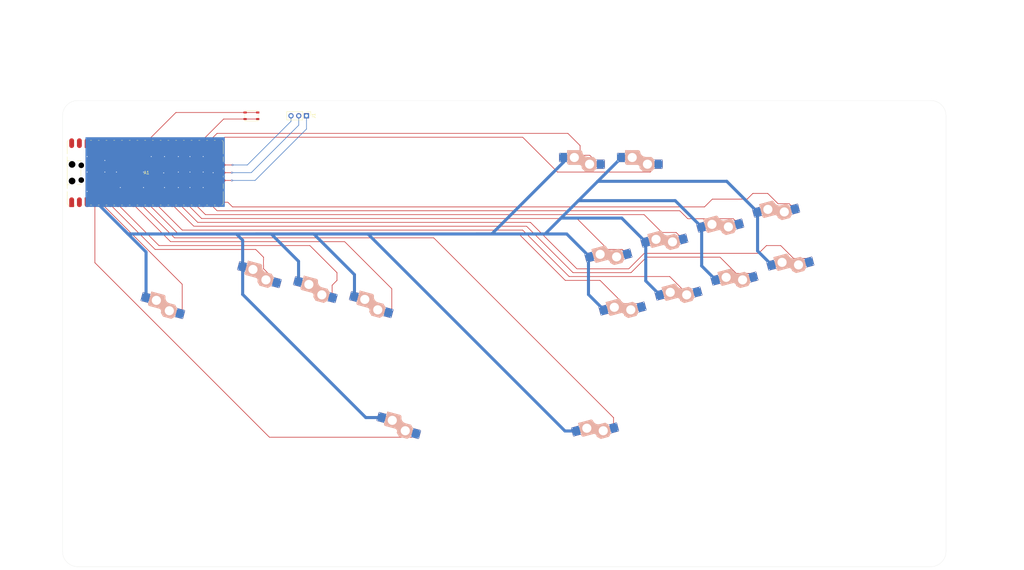
<source format=kicad_pcb>
(kicad_pcb (version 20241229) (generator "pcbnew") (generator_version "9.0")
  (layers (0 "F.Cu" signal) (2 "B.Cu" signal) (13 "F.Paste" user) (15 "B.Paste" user) (5 "F.SilkS" user "F.Silkscreen") (7 "B.SilkS" user "B.Silkscreen") (1 "F.Mask" user) (3 "B.Mask" user) (25 "Edge.Cuts" user))
  (net 0 "")
  (net 3 "Net-(A1-GPIO10)")
  (net 4 "+3.3V")
  (net 5 "Net-(A1-GPIO2)")
  (net 6 "Net-(A1-GPIO16)")
  (net 8 "Net-(A1-SWCLK)")
  (net 9 "Net-(A1-SWDIO)")
  (net 10 "Net-(A1-GPIO12)")
  (net 12 "GND")
  (net 14 "Net-(A1-GPIO6)")
  (net 16 "Net-(A1-GPIO8)")
  (net 17 "Net-(A1-GPIO14)")
  (net 19 "Net-(A1-GPIO7)")
  (net 22 "Net-(A1-GPIO13)")
  (net 23 "Net-(A1-GPIO15)")
  (net 25 "Net-(A1-GPIO9)")
  (net 26 "Net-(A1-RUN)")
  (net 27 "Net-(A1-GPIO11)")
  (net 28 "Net-(A1-GPIO3)")
  (net 32 "Net-(A1-GPIO5)")
  (net 35 "Net-(A1-GPIO4)")
  (net 36 "Net-(A1-GPIO17)")
  (footprint "BrownSugar_KBD:Kailh_Choc_V1_Hotswap_via" (layer "F.Cu") (at 63.294819 60.164876 -15)
    (property "Reference" "SW2")
    (property "Value" "SW_PUSH")
  )
  (footprint "BrownSugar_KBD:Kailh_Choc_V1_Hotswap_via" (layer "F.Cu") (at 216.705181 60.164876 15)
    (property "Reference" "SW12")
    (property "Value" "SW_PUSH")
  )
  (footprint "Module:RaspberryPi_Pico_SMD_HandSolder" (layer "F.Cu") (at 22.13 30.69 90)
    (property "Reference" "A1")
    (property "Value" "RaspberryPi_Pico")
  )
  (footprint "BrownSugar_KBD:Kailh_Choc_V1_Hotswap_via" (layer "F.Cu") (at 100 70 -15)
    (property "Reference" "SW4")
    (property "Value" "SW_PUSH")
  )
  (footprint "Button_Switch_SMD:SW_SPST_PTS810" (layer "F.Cu") (at 57 12 180)
    (property "Reference" "SW17" (hide yes))
    (property "Value" "SW_PUSH")
  )
  (footprint "MountingHole:MountingHole_3.2mm_M3" (layer "F.Cu") (at 0 155)
    (property "Reference" "REF**" (hide yes))
    (property "Value" "MountingHole_3.2mm_M3")
  )
  (footprint "BrownSugar_KBD:Kailh_Choc_V1_Hotswap_via" (layer "F.Cu") (at 81.64741 65.082438 -15)
    (property "Reference" "SW3")
    (property "Value" "SW_PUSH")
  )
  (footprint "BrownSugar_KBD:Kailh_Choc_V1_Hotswap_via" (layer "F.Cu") (at 31.590153 70.304608 -15)
    (property "Reference" "SW1")
    (property "Value" "SW_PUSH")
  )
  (footprint "BrownSugar_KBD:Kailh_Choc_V1_Hotswap_via" (layer "F.Cu") (at 180 70 15)
    (property "Reference" "SW10")
    (property "Value" "SW_PUSH")
  )
  (footprint "BrownSugar_KBD:Kailh_Choc_V1_Hotswap_via" (layer "F.Cu") (at 230.399029 37.860649 15)
    (property "Reference" "SW9")
    (property "Value" "SW_PUSH")
  )
  (footprint "BrownSugar_KBD:Kailh_Choc_V1_Hotswap_via" (layer "F.Cu") (at 175.341257 52.613335 15)
    (property "Reference" "SW6")
    (property "Value" "SW_PUSH")
  )
  (footprint "BrownSugar_KBD:Kailh_Choc_V1_Hotswap_via" (layer "F.Cu") (at 198.35259 65.082438 15)
    (property "Reference" "SW11")
    (property "Value" "SW_PUSH")
  )
  (footprint "MountingHole:MountingHole_3.2mm_M3" (layer "F.Cu") (at 140 12)
    (property "Reference" "REF**" (hide yes))
    (property "Value" "MountingHole_3.2mm_M3")
  )
  (footprint "BrownSugar_KBD:Kailh_Choc_V1_Hotswap_via" (layer "F.Cu") (at 187 22)
    (property "Reference" "SW16")
    (property "Value" "SW_PUSH")
  )
  (footprint "BrownSugar_KBD:Kailh_Choc_V1_Hotswap_via" (layer "F.Cu") (at 235.057772 55.247314 15)
    (property "Reference" "SW13")
    (property "Value" "SW_PUSH")
  )
  (footprint "BrownSugar_KBD:Kailh_Choc_V1_Hotswap_via" (layer "F.Cu") (at 170.964895 109.690891 15)
    (property "Reference" "SW14")
    (property "Value" "SW_PUSH")
  )
  (footprint "MountingHole:MountingHole_3.2mm_M3" (layer "F.Cu") (at 280 12)
    (property "Reference" "REF**" (hide yes))
    (property "Value" "MountingHole_3.2mm_M3")
  )
  (footprint "BrownSugar_KBD:Kailh_Choc_V1_Hotswap_via" (layer "F.Cu") (at 212.046438 42.778211 15)
    (property "Reference" "SW8")
    (property "Value" "SW_PUSH")
  )
  (footprint "BrownSugar_KBD:Kailh_Choc_V1_Hotswap_via" (layer "F.Cu") (at 109.035105 109.690891 -15)
    (property "Reference" "SW5")
    (property "Value" "SW_PUSH")
  )
  (footprint "MountingHole:MountingHole_3.2mm_M3" (layer "F.Cu") (at 0 12)
    (property "Reference" "REF**" (hide yes))
    (property "Value" "MountingHole_3.2mm_M3")
  )
  (footprint "BrownSugar_KBD:Kailh_Choc_V1_Hotswap_via" (layer "F.Cu") (at 193.693848 47.695773 15)
    (property "Reference" "SW7")
    (property "Value" "SW_PUSH")
  )
  (footprint "Connector_PinHeader_2.54mm:PinHeader_1x03_P2.54mm_Vertical" (layer "F.Cu") (at 75.08 12 -90)
    (property "Reference" "J1")
    (property "Value" "Conn_01x03")
  )
  (footprint "BrownSugar_KBD:Kailh_Choc_V1_Hotswap_via" (layer "F.Cu") (at 168 22)
    (property "Reference" "SW15")
    (property "Value" "SW_PUSH")
  )
  (footprint "MountingHole:MountingHole_3.2mm_M3" (layer "F.Cu") (at 280 155)
    (property "Reference" "REF**" (hide yes))
    (property "Value" "MountingHole_3.2mm_M3")
  )
  (footprint "MountingHole:MountingHole_3.2mm_M3" (layer "F.Cu") (at 140 155)
    (property "Reference" "REF**" (hide yes))
    (property "Value" "MountingHole_3.2mm_M3")
  )
  (gr_arc (start 0 160) (mid -3.535534 158.535534) (end -5 155) (stroke (width 0.05)) (layer "Edge.Cuts"))
  (gr_line (start 280 160) (end 0 160) (stroke (width 0.05)) (layer "Edge.Cuts"))
  (gr_arc (start 280 7) (mid 283.535534 8.464466) (end 285 12) (stroke (width 0.05)) (layer "Edge.Cuts"))
  (gr_line (start 280 7) (end 0 7) (stroke (width 0.05)) (layer "Edge.Cuts"))
  (gr_arc (start -5 12) (mid -3.535534 8.464466) (end 0 7) (stroke (width 0.05)) (layer "Edge.Cuts"))
  (gr_arc (start 285 155) (mid 283.535534 158.535534) (end 280 160) (stroke (width 0.05)) (layer "Edge.Cuts"))
  (gr_line (start -5 12) (end -5 155) (stroke (width 0.05)) (layer "Edge.Cuts"))
  (gr_line (start 285 12) (end 285 155) (stroke (width 0.05)) (layer "Edge.Cuts"))
  (segment (start 186.69 58.42) (end 181.61 63.5) (width 0.2) (layer "F.Cu") (net 3))
  (segment (start 216.133227 63.733227) (end 210.82 58.42) (width 0.2) (layer "F.Cu") (net 3))
  (segment (start 221.612954 64.957972) (end 220.388209 63.733227) (width 0.2) (layer "F.Cu") (net 3))
  (segment (start 162.56 63.5) (end 147.32 48.26) (width 0.2) (layer "F.Cu") (net 3))
  (segment (start 38.1 48.26) (end 31.02 41.18) (width 0.2) (layer "F.Cu") (net 3))
  (segment (start 210.82 58.42) (end 186.69 58.42) (width 0.2) (layer "F.Cu") (net 3))
  (segment (start 220.388209 63.733227) (end 216.133227 63.733227) (width 0.2) (layer "F.Cu") (net 3))
  (segment (start 31.02 41.18) (end 31.02 40.38) (width 0.2) (layer "F.Cu") (net 3))
  (segment (start 147.32 48.26) (end 38.1 48.26) (width 0.2) (layer "F.Cu") (net 3))
  (segment (start 181.61 63.5) (end 162.56 63.5) (width 0.2) (layer "F.Cu") (net 3))
  (segment (start 5.62 60.23) (end 62.910465 117.520465) (width 0.2) (layer "F.Cu") (net 5))
  (segment (start 5.62 40.38) (end 5.62 60.23) (width 0.2) (layer "F.Cu") (net 5))
  (segment (start 62.910465 117.520465) (end 109.664068 117.520465) (width 0.2) (layer "F.Cu") (net 5))
  (segment (start 109.664068 117.520465) (end 110.888813 116.29572) (width 0.2) (layer "F.Cu") (net 5))
  (segment (start 48.21 19.05) (end 146.05 19.05) (width 0.2) (layer "F.Cu") (net 6))
  (segment (start 187.92 30.48) (end 190.5 27.9) (width 0.2) (layer "F.Cu") (net 6))
  (segment (start 146.05 19.05) (end 157.48 30.48) (width 0.2) (layer "F.Cu") (net 6))
  (segment (start 157.48 30.48) (end 187.92 30.48) (width 0.2) (layer "F.Cu") (net 6))
  (segment (start 46.26 21) (end 48.21 19.05) (width 0.2) (layer "F.Cu") (net 6))
  (segment (start 50.59 33.23) (end 46.03 33.23) (width 0.2) (layer "F.Cu") (net 8))
  (via (at 50.59 33.23) (size 0.6) (drill 0.3) (layers "F.Cu" "B.Cu") (net 8))
  (segment (start 58.21 33.23) (end 75.08 16.36) (width 0.2) (layer "B.Cu") (net 8))
  (segment (start 75.08 16.36) (end 75.08 12) (width 0.2) (layer "B.Cu") (net 8))
  (segment (start 50.59 33.23) (end 58.21 33.23) (width 0.2) (layer "B.Cu") (net 8))
  (segment (start 50.8 28.15) (end 46.03 28.15) (width 0.2) (layer "F.Cu") (net 9))
  (via (at 50.8 28.15) (size 0.6) (drill 0.3) (layers "F.Cu" "B.Cu") (net 9))
  (segment (start 70 13.82) (end 70 12) (width 0.2) (layer "B.Cu") (net 9))
  (segment (start 55.67 28.15) (end 70 13.82) (width 0.2) (layer "B.Cu") (net 9))
  (segment (start 50.8 28.15) (end 55.67 28.15) (width 0.2) (layer "B.Cu") (net 9))
  (segment (start 36.1 41.18) (end 40.64 45.72) (width 0.2) (layer "F.Cu") (net 10))
  (segment (start 163.83 45.72) (end 173.99 55.88) (width 0.2) (layer "F.Cu") (net 10))
  (segment (start 40.64 45.72) (end 163.83 45.72) (width 0.2) (layer "F.Cu") (net 10))
  (segment (start 173.99 55.88) (end 178.722599 55.88) (width 0.2) (layer "F.Cu") (net 10))
  (segment (start 36.1 40.38) (end 36.1 41.18) (width 0.2) (layer "F.Cu") (net 10))
  (segment (start 178.722599 55.88) (end 180.24903 57.406431) (width 0.2) (layer "F.Cu") (net 10))
  (segment (start 28.48 25.4) (end 28.48 30.48) (width 1) (layer "F.Cu") (net 12))
  (segment (start 3.08 30.48) (end 3.08 27.94) (width 1) (layer "F.Cu") (net 12))
  (segment (start 28.48 30.48) (end 28.48 35.56) (width 1) (layer "F.Cu") (net 12))
  (segment (start 7.62 25.4) (end 8.89 26.67) (width 1) (layer "F.Cu") (net 12))
  (segment (start 3.08 25.4) (end 3.08 21) (width 1) (layer "F.Cu") (net 12))
  (segment (start 28.48 36.83) (end 41.18 24.13) (width 1) (layer "F.Cu") (net 12))
  (segment (start 41.18 30.48) (end 41.18 25.4) (width 1) (layer "F.Cu") (net 12))
  (segment (start 28.21 30.75) (end 28.48 30.48) (width 1) (layer "F.Cu") (net 12))
  (segment (start 59.075 13.075) (end 54.925 13.075) (width 0.2) (layer "F.Cu") (net 12))
  (segment (start 3.08 25.4) (end 6.35 25.4) (width 1) (layer "F.Cu") (net 12))
  (segment (start 47.885 13.075) (end 41.18 19.78) (width 0.2) (layer "F.Cu") (net 12))
  (segment (start 41.18 25.4) (end 41.18 24.13) (width 1) (layer "F.Cu") (net 12))
  (segment (start 43.24 30.69) (end 44.45 30.69) (width 1) (layer "F.Cu") (net 12))
  (segment (start 15.78 40.38) (end 15.78 38.775) (width 1) (layer "F.Cu") (net 12))
  (segment (start 12.986302 30.766302) (end 13.272604 30.766302) (width 1) (layer "F.Cu") (net 12))
  (segment (start 28.48 40.38) (end 28.48 36.83) (width 1) (layer "F.Cu") (net 12))
  (segment (start 3.08 36.83) (end 3.08 30.48) (width 1) (layer "F.Cu") (net 12))
  (segment (start 8.89 26.67) (end 12.7 30.48) (width 1) (layer "F.Cu") (net 12))
  (segment (start 13.272604 30.766302) (end 15.24 32.733698) (width 1) (layer "F.Cu") (net 12))
  (segment (start 41.18 35.56) (end 41.18 32.75) (width 1) (layer "F.Cu") (net 12))
  (segment (start 50.59 30.69) (end 46.03 30.69) (width 0.2) (layer "F.Cu") (net 12))
  (segment (start 54.925 13.075) (end 47.885 13.075) (width 0.2) (layer "F.Cu") (net 12))
  (segment (start 15.24 32.733698) (end 21.59 32.733698) (width 1) (layer "F.Cu") (net 12))
  (segment (start 3.08 40.38) (end 3.08 36.83) (width 1) (layer "F.Cu") (net 12))
  (segment (start 41.18 35.56) (end 41.18 30.48) (width 1) (layer "F.Cu") (net 12))
  (segment (start 41.18 32.75) (end 43.24 30.69) (width 1) (layer "F.Cu") (net 12))
  (segment (start 26.305 32.655) (end 28.21 30.75) (width 1) (layer "F.Cu") (net 12))
  (segment (start 25.4 32.733698) (end 26.226302 32.733698) (width 1) (layer "F.Cu") (net 12))
  (segment (start 44.45 30.69) (end 46.03 30.69) (width 1) (layer "F.Cu") (net 12))
  (segment (start 28.48 21) (end 28.48 25.4) (width 1) (layer "F.Cu") (net 12))
  (segment (start 3.08 27.94) (end 3.08 25.4) (width 1) (layer "F.Cu") (net 12))
  (segment (start 28.48 35.56) (end 28.48 40.38) (width 1) (layer "F.Cu") (net 12))
  (segment (start 12.7 30.48) (end 12.986302 30.766302) (width 1) (layer "F.Cu") (net 12))
  (segment (start 41.18 40.38) (end 41.18 35.56) (width 1) (layer "F.Cu") (net 12))
  (segment (start 21.59 32.733698) (end 25.4 32.733698) (width 1) (layer "F.Cu") (net 12))
  (segment (start 15.24 32.733698) (end 15.78 33.273698) (width 1) (layer "F.Cu") (net 12))
  (segment (start 6.35 25.4) (end 7.62 25.4) (width 1) (layer "F.Cu") (net 12))
  (segment (start 15.78 33.273698) (end 15.78 40.38) (width 1) (layer "F.Cu") (net 12))
  (segment (start 26.226302 32.733698) (end 26.305 32.655) (width 1) (layer "F.Cu") (net 12))
  (segment (start 41.18 24.13) (end 41.18 21) (width 1) (layer "F.Cu") (net 12))
  (segment (start 41.18 19.78) (end 41.18 21) (width 0.2) (layer "F.Cu") (net 12))
  (via (at 33.02 25.4) (size 0.6) (drill 0.3) (layers "F.Cu" "B.Cu") (net 12))
  (via (at 21.59 35.56) (size 0.6) (drill 0.3) (layers "F.Cu" "B.Cu") (net 12))
  (via (at 3.08 36.83) (size 0.6) (drill 0.3) (layers "F.Cu" "B.Cu") (net 12))
  (via (at 44.45 30.69) (size 0.6) (drill 0.3) (layers "F.Cu" "B.Cu") (net 12))
  (via (at 24.13 25.4) (size 0.6) (drill 0.3) (layers "F.Cu" "B.Cu") (net 12))
  (via (at 33.02 35.56) (size 0.6) (drill 0.3) (layers "F.Cu" "B.Cu") (net 12))
  (via (at 36.83 30.48) (size 0.6) (drill 0.3) (layers "F.Cu" "B.Cu") (net 12))
  (via (at 36.83 25.4) (size 0.6) (drill 0.3) (layers "F.Cu" "B.Cu") (net 12))
  (via (at 33.02 30.48) (size 0.6) (drill 0.3) (layers "F.Cu" "B.Cu") (net 12))
  (via (at 41.18 25.4) (size 0.6) (drill 0.3) (layers "F.Cu" "B.Cu") (net 12))
  (via (at 28.21 30.75) (size 0.6) (drill 0.3) (layers "F.Cu" "B.Cu") (net 12))
  (via (at 12.7 30.48) (size 0.6) (drill 0.3) (layers "F.Cu" "B.Cu") (net 12))
  (via (at 36.83 35.56) (size 0.6) (drill 0.3) (layers "F.Cu" "B.Cu") (net 12))
  (via (at 13.97 35.56) (size 0.6) (drill 0.3) (layers "F.Cu" "B.Cu") (net 12))
  (via (at 8.89 26.67) (size 0.6) (drill 0.3) (layers "F.Cu" "B.Cu") (net 12))
  (via (at 28.48 35.56) (size 0.6) (drill 0.3) (layers "F.Cu" "B.Cu") (net 12))
  (via (at 8.89 30.48) (size 0.6) (drill 0.3) (layers "F.Cu" "B.Cu") (net 12))
  (via (at 41.18 35.56) (size 0.6) (drill 0.3) (layers "F.Cu" "B.Cu") (net 12))
  (via (at 50.59 30.69) (size 0.6) (drill 0.3) (layers "F.Cu" "B.Cu") (net 12))
  (via (at 21.59 30.48) (size 0.6) (drill 0.3) (layers "F.Cu" "B.Cu") (net 12))
  (via (at 3.08 30.48) (size 0.6) (drill 0.3) (layers "F.Cu" "B.Cu") (net 12))
  (via (at 3.08 25.4) (size 0.6) (drill 0.3) (layers "F.Cu" "B.Cu") (net 12))
  (via (at 28.48 25.4) (size 0.6) (drill 0.3) (layers "F.Cu" "B.Cu") (net 12))
  (via (at 41.18 30.48) (size 0.6) (drill 0.3) (layers "F.Cu" "B.Cu") (net 12))
  (segment (start 130.81 50.8) (end 153.4 50.8) (width 1) (layer "B.Cu") (net 12))
  (segment (start 77.47 50.8) (end 90.832 64.162) (width 1) (layer "B.Cu") (net 12))
  (segment (start 50.59 30.69) (end 56.94 30.69) (width 0.2) (layer "B.Cu") (net 12))
  (segment (start 164.33 39.87) (end 170.68 33.52) (width 1) (layer "B.Cu") (net 12))
  (segment (start 3.81 31.21) (end 3.08 30.48) (width 1) (layer "B.Cu") (net 12))
  (segment (start 63.5 50.8) (end 58.42 50.8) (width 1) (layer "B.Cu") (net 12))
  (segment (start 69.85 50.8) (end 95.25 50.8) (width 1) (layer "B.Cu") (net 12))
  (segment (start 94.554855 111.064855) (end 99.867105 111.064855) (width 1) (layer "B.Cu") (net 12))
  (segment (start 223.14629 56.362458) (end 227.805033 61.021201) (width 1) (layer "B.Cu") (net 12))
  (segment (start 167.64 58.83574) (end 167.64 70.666626) (width 1) (layer "B.Cu") (net 12))
  (segment (start 223.14629 43.634536) (end 213.031754 33.52) (width 1) (layer "B.Cu") (net 12))
  (segment (start 72.47941 66.456402) (end 72.47941 59.77941) (width 1) (layer "B.Cu") (net 12))
  (segment (start 168.088518 58.387222) (end 167.64 58.83574) (width 1) (layer "B.Cu") (net 12))
  (segment (start 41.91 50.8) (end 16.51 50.8) (width 1) (layer "B.Cu") (net 12))
  (segment (start 3.81 38.1) (end 3.81 31.21) (width 1) (layer "B.Cu") (net 12))
  (segment (start 54.126819 52.856819) (end 54.126819 61.53884) (width 1) (layer "B.Cu") (net 12))
  (segment (start 58.42 50.8) (end 52.07 50.8) (width 1) (layer "B.Cu") (net 12))
  (segment (start 58.42 50.8) (end 69.85 50.8) (width 1) (layer "B.Cu") (net 12))
  (segment (start 158.615 45.585) (end 164.33 39.87) (width 1) (layer "B.Cu") (net 12))
  (segment (start 204.793699 48.552098) (end 196.111601 39.87) (width 1) (layer "B.Cu") (net 12))
  (segment (start 153.4 50.8) (end 160.501296 50.8) (width 1) (layer "B.Cu") (net 12))
  (segment (start 167.64 70.666626) (end 172.747261 75.773887) (width 1) (layer "B.Cu") (net 12))
  (segment (start 186.441109 53.46966) (end 186.441109 66.197583) (width 1) (layer "B.Cu") (net 12))
  (segment (start 22.422153 56.712153) (end 15.24 49.53) (width 1) (layer "B.Cu") (net 12))
  (segment (start 90.832 64.162) (end 90.832 71.373964) (width 1) (layer "B.Cu") (net 12))
  (segment (start 160.501296 50.8) (end 168.088518 58.387222) (width 1) (layer "B.Cu") (net 12))
  (segment (start 69.85 50.8) (end 77.47 50.8) (width 1) (layer "B.Cu") (net 12))
  (segment (start 22.422153 71.678572) (end 22.422153 56.712153) (width 1) (layer "B.Cu") (net 12))
  (segment (start 170.68 33.52) (end 178.5 25.7) (width 1) (layer "B.Cu") (net 12))
  (segment (start 15.24 49.53) (end 3.81 38.1) (width 1) (layer "B.Cu") (net 12))
  (segment (start 54.126819 61.53884) (end 54.126819 70.636819) (width 1) (layer "B.Cu") (net 12))
  (segment (start 52.07 50.8) (end 54.126819 52.856819) (width 1) (layer "B.Cu") (net 12))
  (segment (start 56.94 30.69) (end 72.54 15.09) (width 0.2) (layer "B.Cu") (net 12))
  (segment (start 159.5 27.19) (end 159.5 25.7) (width 1) (layer "B.Cu") (net 12))
  (segment (start 130.81 50.8) (end 135.89 50.8) (width 1) (layer "B.Cu") (net 12))
  (segment (start 72.47941 59.77941) (end 63.5 50.8) (width 1) (layer "B.Cu") (net 12))
  (segment (start 16.51 50.8) (end 15.24 49.53) (width 1) (layer "B.Cu") (net 12))
  (segment (start 41.91 50.8) (end 52.07 50.8) (width 1) (layer "B.Cu") (net 12))
  (segment (start 135.89 50.8) (end 159.5 27.19) (width 1) (layer "B.Cu") (net 12))
  (segment (start 186.441109 53.46966) (end 178.556449 45.585) (width 1) (layer "B.Cu") (net 12))
  (segment (start 204.793699 48.552098) (end 204.793699 61.28002) (width 1) (layer "B.Cu") (net 12))
  (segment (start 95.25 50.8) (end 130.81 50.8) (width 1) (layer "B.Cu") (net 12))
  (segment (start 159.914778 115.464778) (end 95.25 50.8) (width 1) (layer "B.Cu") (net 12))
  (segment (start 54.126819 70.636819) (end 94.554855 111.064855) (width 1) (layer "B.Cu") (net 12))
  (segment (start 178.556449 45.585) (end 158.615 45.585) (width 1) (layer "B.Cu") (net 12))
  (segment (start 223.14629 43.634536) (end 223.14629 56.362458) (width 1) (layer "B.Cu") (net 12))
  (segment (start 186.441109 66.197583) (end 191.099851 70.856325) (width 1) (layer "B.Cu") (net 12))
  (segment (start 163.712156 115.464778) (end 159.914778 115.464778) (width 1) (layer "B.Cu") (net 12))
  (segment (start 153.4 50.8) (end 158.615 45.585) (width 1) (layer "B.Cu") (net 12))
  (segment (start 213.031754 33.52) (end 170.68 33.52) (width 1) (layer "B.Cu") (net 12))
  (segment (start 72.54 15.09) (end 72.54 12) (width 0.2) (layer "B.Cu") (net 12))
  (segment (start 196.111601 39.87) (end 164.33 39.87) (width 1) (layer "B.Cu") (net 12))
  (segment (start 204.793699 61.28002) (end 209.452442 65.938763) (width 1) (layer "B.Cu") (net 12))
  (segment (start 101.853708 76.604829) (end 103.078453 75.380084) (width 0.2) (layer "F.Cu") (net 14))
  (segment (start 87.63 53.34) (end 30.48 53.34) (width 0.2) (layer "F.Cu") (net 14))
  (segment (start 103.078453 75.380084) (end 103.078453 68.788453) (width 0.2) (layer "F.Cu") (net 14))
  (segment (start 30.48 53.34) (end 18.32 41.18) (width 0.2) (layer "F.Cu") (net 14))
  (segment (start 103.078453 68.788453) (end 87.63 53.34) (width 0.2) (layer "F.Cu") (net 14))
  (segment (start 18.32 41.18) (end 18.32 40.38) (width 0.2) (layer "F.Cu") (net 14))
  (segment (start 23.4 40.38) (end 23.4 41.18) (width 0.2) (layer "F.Cu") (net 16))
  (segment (start 33.02 50.8) (end 144.78 50.8) (width 0.2) (layer "F.Cu") (net 16))
  (segment (start 171.45 66.04) (end 179.07 73.66) (width 0.2) (layer "F.Cu") (net 16))
  (segment (start 179.07 73.66) (end 183.774677 73.66) (width 0.2) (layer "F.Cu") (net 16))
  (segment (start 23.4 41.18) (end 33.02 50.8) (width 0.2) (layer "F.Cu") (net 16))
  (segment (start 144.78 50.8) (end 160.02 66.04) (width 0.2) (layer "F.Cu") (net 16))
  (segment (start 183.774677 73.66) (end 184.907773 74.793096) (width 0.2) (layer "F.Cu") (net 16))
  (segment (start 160.02 66.04) (end 171.45 66.04) (width 0.2) (layer "F.Cu") (net 16))
  (segment (start 216.954211 47.571307) (end 215.178136 45.795232) (width 0.2) (layer "F.Cu") (net 17))
  (segment (start 197.612642 43.18) (end 45.72 43.18) (width 0.2) (layer "F.Cu") (net 17))
  (segment (start 200.227874 45.795232) (end 197.612642 43.18) (width 0.2) (layer "F.Cu") (net 17))
  (segment (start 43.72 41.18) (end 43.72 40.38) (width 0.2) (layer "F.Cu") (net 17))
  (segment (start 215.178136 45.795232) (end 200.227874 45.795232) (width 0.2) (layer "F.Cu") (net 17))
  (segment (start 45.72 43.18) (end 43.72 41.18) (width 0.2) (layer "F.Cu") (net 17))
  (segment (start 20.6 40.64) (end 20.86 40.38) (width 0.2) (layer "F.Cu") (net 19))
  (segment (start 20.6 40.92) (end 20.6 40.64) (width 0.2) (layer "F.Cu") (net 19))
  (segment (start 31.75 52.07) (end 20.6 40.92) (width 0.2) (layer "F.Cu") (net 19))
  (segment (start 175.872668 111.102668) (end 116.84 52.07) (width 0.2) (layer "F.Cu") (net 19))
  (segment (start 116.84 52.07) (end 31.75 52.07) (width 0.2) (layer "F.Cu") (net 19))
  (segment (start 175.872668 114.483987) (end 175.872668 111.102668) (width 0.2) (layer "F.Cu") (net 19))
  (segment (start 185.899722 44.45) (end 191.77 50.320278) (width 0.2) (layer "F.Cu") (net 22))
  (segment (start 38.64 41.18) (end 41.91 44.45) (width 0.2) (layer "F.Cu") (net 22))
  (segment (start 38.64 40.38) (end 38.64 41.18) (width 0.2) (layer "F.Cu") (net 22))
  (segment (start 191.77 50.320278) (end 196.43303 50.320278) (width 0.2) (layer "F.Cu") (net 22))
  (segment (start 196.43303 50.320278) (end 198.601621 52.488869) (width 0.2) (layer "F.Cu") (net 22))
  (segment (start 41.91 44.45) (end 185.899722 44.45) (width 0.2) (layer "F.Cu") (net 22))
  (segment (start 219.71 39.37) (end 221.591907 37.488094) (width 0.2) (layer "F.Cu") (net 23))
  (segment (start 46.26 40.38) (end 49.27 40.38) (width 0.2) (layer "F.Cu") (net 23))
  (segment (start 226.480424 37.488094) (end 229.87 40.87767) (width 0.2) (layer "F.Cu") (net 23))
  (segment (start 208.28 39.37) (end 219.71 39.37) (width 0.2) (layer "F.Cu") (net 23))
  (segment (start 49.27 40.38) (end 50.8 41.91) (width 0.2) (layer "F.Cu") (net 23))
  (segment (start 229.87 40.87767) (end 233.530727 40.87767) (width 0.2) (layer "F.Cu") (net 23))
  (segment (start 205.74 41.91) (end 208.28 39.37) (width 0.2) (layer "F.Cu") (net 23))
  (segment (start 233.530727 40.87767) (end 235.306802 42.653745) (width 0.2) (layer "F.Cu") (net 23))
  (segment (start 221.591907 37.488094) (end 226.480424 37.488094) (width 0.2) (layer "F.Cu") (net 23))
  (segment (start 50.8 41.91) (end 205.74 41.91) (width 0.2) (layer "F.Cu") (net 23))
  (segment (start 146.05 49.53) (end 161.29 64.77) (width 0.2) (layer "F.Cu") (net 25))
  (segment (start 25.94 40.38) (end 25.94 41.18) (width 0.2) (layer "F.Cu") (net 25))
  (segment (start 202.315229 68.9304) (end 203.260363 69.875534) (width 0.2) (layer "F.Cu") (net 25))
  (segment (start 25.94 41.18) (end 34.29 49.53) (width 0.2) (layer "F.Cu") (net 25))
  (segment (start 194.31 64.77) (end 198.4704 68.9304) (width 0.2) (layer "F.Cu") (net 25))
  (segment (start 198.4704 68.9304) (end 202.315229 68.9304) (width 0.2) (layer "F.Cu") (net 25))
  (segment (start 34.29 49.53) (end 146.05 49.53) (width 0.2) (layer "F.Cu") (net 25))
  (segment (start 161.29 64.77) (end 194.31 64.77) (width 0.2) (layer "F.Cu") (net 25))
  (segment (start 59.075 10.925) (end 54.925 10.925) (width 0.2) (layer "F.Cu") (net 26))
  (segment (start 32.23 10.925) (end 23.4 19.755) (width 0.2) (layer "F.Cu") (net 26))
  (segment (start 23.4 19.755) (end 23.4 21) (width 0.2) (layer "F.Cu") (net 26))
  (segment (start 54.925 10.925) (end 32.23 10.925) (width 0.2) (layer "F.Cu") (net 26))
  (segment (start 163.83 62.23) (end 148.59 46.99) (width 0.2) (layer "F.Cu") (net 27))
  (segment (start 238.7408 58.815665) (end 234.95 58.815665) (width 0.2) (layer "F.Cu") (net 27))
  (segment (start 234.95 58.815665) (end 230.744335 54.61) (width 0.2) (layer "F.Cu") (net 27))
  (segment (start 148.59 46.99) (end 39.37 46.99) (width 0.2) (layer "F.Cu") (net 27))
  (segment (start 33.56 41.18) (end 33.56 40.38) (width 0.2) (layer "F.Cu") (net 27))
  (segment (start 39.37 46.99) (end 33.56 41.18) (width 0.2) (layer "F.Cu") (net 27))
  (segment (start 185.959161 57.15) (end 180.879161 62.23) (width 0.2) (layer "F.Cu") (net 27))
  (segment (start 230.744335 54.61) (end 226.06 54.61) (width 0.2) (layer "F.Cu") (net 27))
  (segment (start 180.879161 62.23) (end 163.83 62.23) (width 0.2) (layer "F.Cu") (net 27))
  (segment (start 239.965545 60.04041) (end 238.7408 58.815665) (width 0.2) (layer "F.Cu") (net 27))
  (segment (start 223.52 57.15) (end 185.959161 57.15) (width 0.2) (layer "F.Cu") (net 27))
  (segment (start 226.06 54.61) (end 223.52 57.15) (width 0.2) (layer "F.Cu") (net 27))
  (segment (start 8.16 41.18) (end 34.29 67.31) (width 0.2) (layer "F.Cu") (net 28))
  (segment (start 8.16 40.38) (end 8.16 41.18) (width 0.2) (layer "F.Cu") (net 28))
  (segment (start 34.29 67.31) (end 34.29 76.063298) (width 0.2) (layer "F.Cu") (net 28))
  (segment (start 34.29 76.063298) (end 33.443861 76.909437) (width 0.2) (layer "F.Cu") (net 28))
  (segment (start 85.09 66.04) (end 83.501118 67.628882) (width 0.2) (layer "F.Cu") (net 32))
  (segment (start 76.2 54.61) (end 85.09 63.5) (width 0.2) (layer "F.Cu") (net 32))
  (segment (start 13.24 40.38) (end 13.24 41.18) (width 0.2) (layer "F.Cu") (net 32))
  (segment (start 13.24 41.18) (end 26.67 54.61) (width 0.2) (layer "F.Cu") (net 32))
  (segment (start 85.09 63.5) (end 85.09 66.04) (width 0.2) (layer "F.Cu") (net 32))
  (segment (start 26.67 54.61) (end 76.2 54.61) (width 0.2) (layer "F.Cu") (net 32))
  (segment (start 83.501118 67.628882) (end 83.501118 71.687267) (width 0.2) (layer "F.Cu") (net 32))
  (segment (start 65.148527 66.769705) (end 65.148527 66.375121) (width 0.2) (layer "F.Cu") (net 35))
  (segment (start 65.148527 66.375121) (end 60.981703 62.208297) (width 0.2) (layer "F.Cu") (net 35))
  (segment (start 60.981703 58.441703) (end 58.42 55.88) (width 0.2) (layer "F.Cu") (net 35))
  (segment (start 10.7 41.18) (end 10.7 40.38) (width 0.2) (layer "F.Cu") (net 35))
  (segment (start 58.42 55.88) (end 25.4 55.88) (width 0.2) (layer "F.Cu") (net 35))
  (segment (start 25.4 55.88) (end 10.7 41.18) (width 0.2) (layer "F.Cu") (net 35))
  (segment (start 60.981703 62.208297) (end 60.981703 58.441703) (width 0.2) (layer "F.Cu") (net 35))
  (segment (start 45.72 17.78) (end 160.879448 17.78) (width 0.2) (layer "F.Cu") (net 36))
  (segment (start 43.72 21) (end 43.72 19.78) (width 0.2) (layer "F.Cu") (net 36))
  (segment (start 43.72 19.78) (end 45.72 17.78) (width 0.2) (layer "F.Cu") (net 36))
  (segment (start 160.879448 17.78) (end 164.894724 21.795276) (width 0.2) (layer "F.Cu") (net 36))
  (segment (start 165.940276 24.970276) (end 168.069724 24.970276) (width 0.2) (layer "F.Cu") (net 36))
  (segment (start 170.999448 27.9) (end 171.5 27.9) (width 0.2) (layer "F.Cu") (net 36))
  (segment (start 168.069724 24.970276) (end 170.999448 27.9) (width 0.2) (layer "F.Cu") (net 36))
  (segment (start 164.894724 21.795276) (end 164.894724 23.924724) (width 0.2) (layer "F.Cu") (net 36))
  (segment (start 164.894724 23.924724) (end 165.940276 24.970276) (width 0.2) (layer "F.Cu") (net 36))
  (zone (net 12) (net_name "GND") (layer "F.Cu") (connect_pads (clearance 0.5)) (min_thickness 0.25) (fill yes (thermal_gap 0.5) (thermal_bridge_width 0.5))
    (polygon (pts (xy 22.86 24.13) (xy 43.18 24.13) (xy 43.18 27.94) (xy 44.45 29.21) (xy 44.45 31.75) (xy 43.18 33.02) (xy 43.18 36.83) (xy 12.7 36.83) (xy 12.7 33.02) (xy 11.43 31.75) (xy 6.985 31.75) (xy 2.54 31.75) (xy 2.54 24.13) (xy 8.89 24.13) (xy 8.89 24.13) (xy 16.51 31.75) (xy 19.05 31.75) (xy 22.86 27.94)))
  )
  (zone (net 12) (net_name "GND") (layer "B.Cu") (priority 1) (connect_pads (clearance 0.5)) (min_thickness 0.25) (fill yes (thermal_gap 0.5) (thermal_bridge_width 0.5))
    (polygon (pts (xy 2.54 19.05) (xy 2.54 41.91) (xy 48.26 41.91) (xy 48.26 19.05)))
  )
)
</source>
